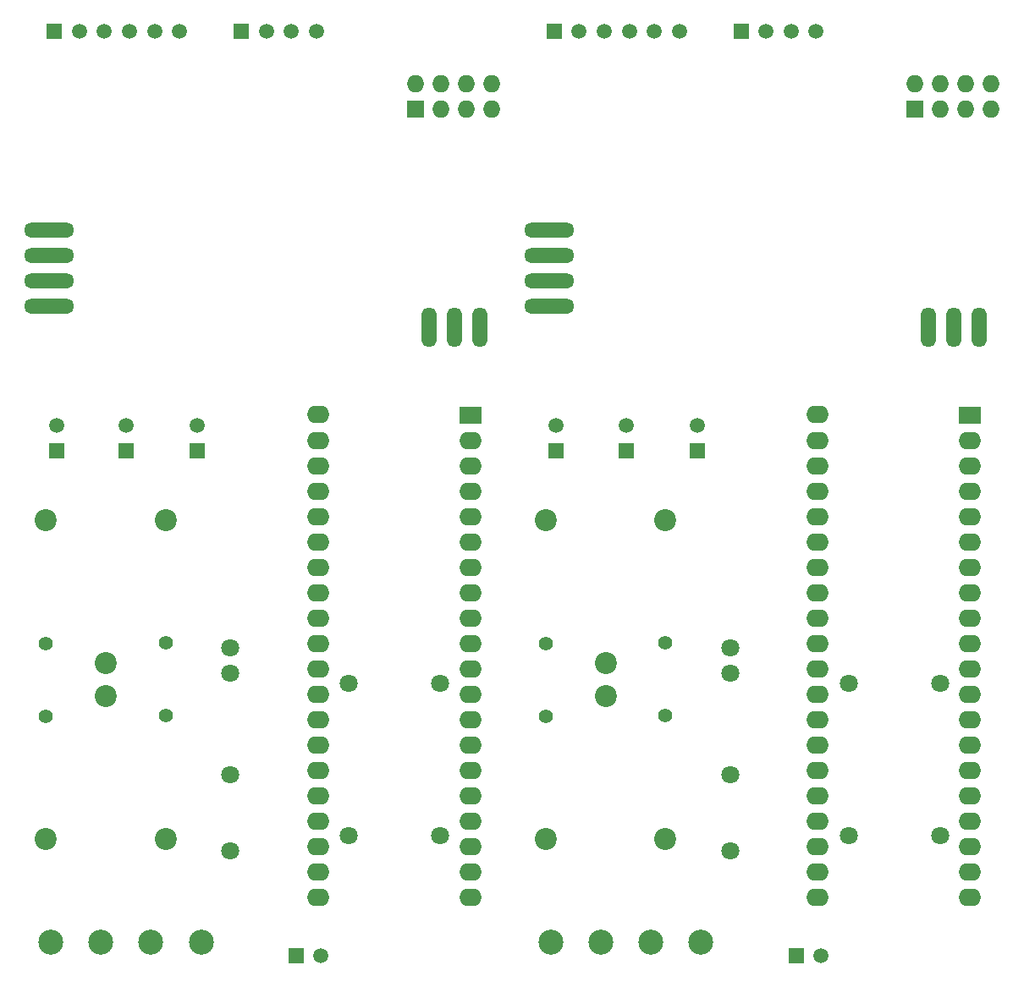
<source format=gbs>
G04 #@! TF.FileFunction,Soldermask,Bot*
%FSLAX46Y46*%
G04 Gerber Fmt 4.6, Leading zero omitted, Abs format (unit mm)*
G04 Created by KiCad (PCBNEW 4.0.2-stable) date 12/1/2017 11:51:07 AM*
%MOMM*%
G01*
G04 APERTURE LIST*
%ADD10C,0.100000*%
%ADD11R,2.250000X1.727200*%
%ADD12O,2.250000X1.727200*%
%ADD13O,5.000000X1.500000*%
%ADD14O,1.500000X4.000000*%
%ADD15R,1.500000X1.500000*%
%ADD16C,1.500000*%
%ADD17C,1.800000*%
%ADD18C,2.500000*%
%ADD19C,2.200000*%
%ADD20C,1.400000*%
%ADD21R,1.727200X1.727200*%
%ADD22O,1.727200X1.727200*%
G04 APERTURE END LIST*
D10*
D11*
X169900000Y-82649200D03*
D12*
X169900000Y-85189200D03*
X169900000Y-87729200D03*
X169900000Y-90269200D03*
X169900000Y-92809200D03*
X169900000Y-95349200D03*
X169900000Y-97889200D03*
X169900000Y-100429200D03*
X169900000Y-102969200D03*
X169900000Y-105509200D03*
X169900000Y-108049200D03*
X169900000Y-110589200D03*
X169900000Y-113129200D03*
X169900000Y-115669200D03*
X169900000Y-118209200D03*
X169900000Y-120749200D03*
X169900000Y-123289200D03*
X169900000Y-125829200D03*
X169900000Y-128369200D03*
X169900000Y-130909200D03*
X154660000Y-130909200D03*
X154660000Y-128369200D03*
X154660000Y-125829200D03*
X154660000Y-123289200D03*
X154660000Y-120749200D03*
X154660000Y-118209200D03*
X154660000Y-115669200D03*
X154660000Y-113129200D03*
X154660000Y-110589200D03*
X154660000Y-108049200D03*
X154660000Y-105509200D03*
X154660000Y-102969200D03*
X154660000Y-100429200D03*
X154660000Y-97889200D03*
X154660000Y-95349200D03*
X154660000Y-92809200D03*
X154660000Y-90269200D03*
X154660000Y-87729200D03*
X154660000Y-85189200D03*
X154660000Y-82598400D03*
D13*
X127800000Y-71700000D03*
X127800000Y-69160000D03*
X127800000Y-66620000D03*
X127800000Y-64080000D03*
D14*
X168313200Y-73837800D03*
X165773200Y-73837800D03*
X170853200Y-73837800D03*
D15*
X152489000Y-136779000D03*
D16*
X154989000Y-136779000D03*
D17*
X166890800Y-124739400D03*
X157746800Y-124739400D03*
X157746800Y-109499400D03*
X166890800Y-109499400D03*
X145885000Y-105918000D03*
X145885000Y-108458000D03*
X145885000Y-126238000D03*
X145885000Y-118618000D03*
D18*
X127971000Y-135382000D03*
X132971000Y-135382000D03*
X142971000Y-135382000D03*
X137971000Y-135382000D03*
D15*
X128500000Y-86200000D03*
D16*
X128500000Y-83700000D03*
D19*
X127439000Y-125072000D03*
X139439000Y-125072000D03*
D20*
X139439000Y-112672000D03*
X127439000Y-112772000D03*
D19*
X133439000Y-110772000D03*
X139439000Y-93114000D03*
X127439000Y-93114000D03*
D20*
X127439000Y-105514000D03*
X139439000Y-105414000D03*
D19*
X133439000Y-107414000D03*
D15*
X142600000Y-86200000D03*
D16*
X142600000Y-83700000D03*
D15*
X135500000Y-86200000D03*
D16*
X135500000Y-83700000D03*
D21*
X164396000Y-52011000D03*
D22*
X164396000Y-49471000D03*
X166936000Y-52011000D03*
X166936000Y-49471000D03*
X169476000Y-52011000D03*
X169476000Y-49471000D03*
X172016000Y-52011000D03*
X172016000Y-49471000D03*
D15*
X147000000Y-44200000D03*
D16*
X149500000Y-44200000D03*
X152000000Y-44200000D03*
X154500000Y-44200000D03*
D15*
X128312000Y-44196000D03*
D16*
X130812000Y-44196000D03*
X133312000Y-44196000D03*
X135812000Y-44196000D03*
X138312000Y-44196000D03*
X140812000Y-44196000D03*
D13*
X77800000Y-71700000D03*
X77800000Y-69160000D03*
X77800000Y-66620000D03*
X77800000Y-64080000D03*
D14*
X118313200Y-73837800D03*
X115773200Y-73837800D03*
X120853200Y-73837800D03*
D19*
X77439000Y-125072000D03*
X89439000Y-125072000D03*
D20*
X89439000Y-112672000D03*
X77439000Y-112772000D03*
D19*
X83439000Y-110772000D03*
X89439000Y-93114000D03*
X77439000Y-93114000D03*
D20*
X77439000Y-105514000D03*
X89439000Y-105414000D03*
D19*
X83439000Y-107414000D03*
D15*
X102489000Y-136779000D03*
D16*
X104989000Y-136779000D03*
D15*
X97000000Y-44200000D03*
D16*
X99500000Y-44200000D03*
X102000000Y-44200000D03*
X104500000Y-44200000D03*
D18*
X77971000Y-135382000D03*
X82971000Y-135382000D03*
X92971000Y-135382000D03*
X87971000Y-135382000D03*
D15*
X78312000Y-44196000D03*
D16*
X80812000Y-44196000D03*
X83312000Y-44196000D03*
X85812000Y-44196000D03*
X88312000Y-44196000D03*
X90812000Y-44196000D03*
D15*
X78500000Y-86200000D03*
D16*
X78500000Y-83700000D03*
D15*
X85500000Y-86200000D03*
D16*
X85500000Y-83700000D03*
D15*
X92600000Y-86200000D03*
D16*
X92600000Y-83700000D03*
D17*
X95885000Y-105918000D03*
X95885000Y-108458000D03*
X95885000Y-126238000D03*
X95885000Y-118618000D03*
D11*
X119900000Y-82649200D03*
D12*
X119900000Y-85189200D03*
X119900000Y-87729200D03*
X119900000Y-90269200D03*
X119900000Y-92809200D03*
X119900000Y-95349200D03*
X119900000Y-97889200D03*
X119900000Y-100429200D03*
X119900000Y-102969200D03*
X119900000Y-105509200D03*
X119900000Y-108049200D03*
X119900000Y-110589200D03*
X119900000Y-113129200D03*
X119900000Y-115669200D03*
X119900000Y-118209200D03*
X119900000Y-120749200D03*
X119900000Y-123289200D03*
X119900000Y-125829200D03*
X119900000Y-128369200D03*
X119900000Y-130909200D03*
X104660000Y-130909200D03*
X104660000Y-128369200D03*
X104660000Y-125829200D03*
X104660000Y-123289200D03*
X104660000Y-120749200D03*
X104660000Y-118209200D03*
X104660000Y-115669200D03*
X104660000Y-113129200D03*
X104660000Y-110589200D03*
X104660000Y-108049200D03*
X104660000Y-105509200D03*
X104660000Y-102969200D03*
X104660000Y-100429200D03*
X104660000Y-97889200D03*
X104660000Y-95349200D03*
X104660000Y-92809200D03*
X104660000Y-90269200D03*
X104660000Y-87729200D03*
X104660000Y-85189200D03*
X104660000Y-82598400D03*
D17*
X116890800Y-124739400D03*
X107746800Y-124739400D03*
X107746800Y-109499400D03*
X116890800Y-109499400D03*
D21*
X114396000Y-52011000D03*
D22*
X114396000Y-49471000D03*
X116936000Y-52011000D03*
X116936000Y-49471000D03*
X119476000Y-52011000D03*
X119476000Y-49471000D03*
X122016000Y-52011000D03*
X122016000Y-49471000D03*
M02*

</source>
